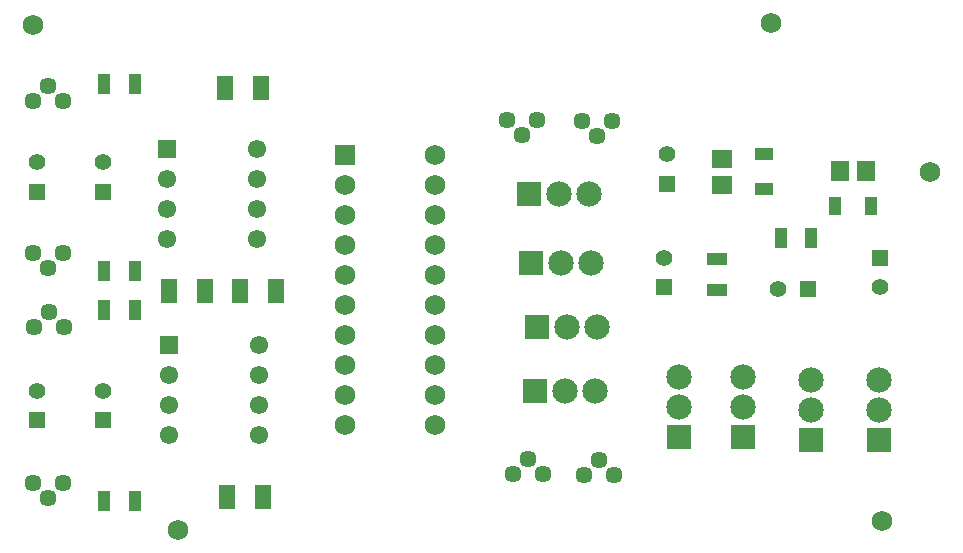
<source format=gts>
G04*
G04 #@! TF.GenerationSoftware,Altium Limited,Altium Designer,23.5.1 (21)*
G04*
G04 Layer_Color=8388736*
%FSLAX44Y44*%
%MOMM*%
G71*
G04*
G04 #@! TF.SameCoordinates,17670BC2-17D3-42C6-95D3-1F8550388E7E*
G04*
G04*
G04 #@! TF.FilePolarity,Negative*
G04*
G01*
G75*
%ADD14R,1.0500X1.8000*%
%ADD15R,1.6000X1.0000*%
%ADD16R,1.8062X1.6039*%
%ADD17R,1.0000X1.6000*%
%ADD18R,1.6039X1.8062*%
%ADD19R,1.1046X1.7062*%
%ADD20R,1.7062X1.1046*%
%ADD21R,1.4532X2.0032*%
%ADD22C,1.7272*%
%ADD23R,1.7500X1.7500*%
%ADD24C,1.7500*%
%ADD25C,1.4500*%
%ADD26C,1.4500*%
%ADD27C,1.4000*%
%ADD28R,1.4000X1.4000*%
%ADD29C,2.1500*%
%ADD30R,2.1500X2.1500*%
%ADD31C,1.5500*%
%ADD32R,1.5500X1.5500*%
%ADD33R,2.1500X2.1500*%
%ADD34R,1.4000X1.4000*%
D14*
X87386Y486377D02*
D03*
X112886D02*
D03*
X87386Y328045D02*
D03*
X112886D02*
D03*
Y295161D02*
D03*
X87386D02*
D03*
X112886Y133609D02*
D03*
X87386D02*
D03*
D15*
X646000Y397000D02*
D03*
Y427000D02*
D03*
D16*
X610000Y400989D02*
D03*
Y423011D02*
D03*
D17*
X736000Y383000D02*
D03*
X706000D02*
D03*
D18*
X732000Y413000D02*
D03*
X709977D02*
D03*
D19*
X686016Y356000D02*
D03*
X660000D02*
D03*
D20*
X606000Y311992D02*
D03*
Y338008D02*
D03*
D21*
X220056Y483128D02*
D03*
X189556D02*
D03*
X142049Y311252D02*
D03*
X172549D02*
D03*
X221294Y136859D02*
D03*
X190794D02*
D03*
X202108Y311252D02*
D03*
X232608D02*
D03*
D22*
X150000Y109000D02*
D03*
X27000Y536000D02*
D03*
X746000Y116000D02*
D03*
X786000Y412000D02*
D03*
X652000Y538000D02*
D03*
D23*
X290900Y426400D02*
D03*
D24*
Y401000D02*
D03*
Y375600D02*
D03*
Y350200D02*
D03*
Y324800D02*
D03*
Y299400D02*
D03*
Y274000D02*
D03*
Y248600D02*
D03*
Y223200D02*
D03*
Y197800D02*
D03*
X367100D02*
D03*
Y223200D02*
D03*
Y248600D02*
D03*
Y274000D02*
D03*
Y299400D02*
D03*
Y324800D02*
D03*
Y350200D02*
D03*
Y375600D02*
D03*
Y401000D02*
D03*
Y426400D02*
D03*
D25*
X491600Y455000D02*
D03*
X504300Y442300D02*
D03*
X40000Y484328D02*
D03*
X52700Y471628D02*
D03*
X40000Y330094D02*
D03*
X27300Y342794D02*
D03*
X518700Y155206D02*
D03*
X506000Y167906D02*
D03*
X27300Y148358D02*
D03*
X40000Y135658D02*
D03*
X52735Y280412D02*
D03*
X40035Y293112D02*
D03*
X458700Y156300D02*
D03*
X446000Y169000D02*
D03*
X428600Y456182D02*
D03*
X441300Y443482D02*
D03*
D26*
X517000Y455000D02*
D03*
X27300Y471628D02*
D03*
X52700Y342794D02*
D03*
X493300Y155206D02*
D03*
X52700Y148358D02*
D03*
X27335Y280412D02*
D03*
X433300Y156300D02*
D03*
X454000Y456182D02*
D03*
D27*
X564000Y427000D02*
D03*
X561000Y339000D02*
D03*
X86442Y420000D02*
D03*
X30000D02*
D03*
X86442Y226761D02*
D03*
X744000Y314000D02*
D03*
X30000Y226761D02*
D03*
X658000Y313000D02*
D03*
D28*
X564000Y402000D02*
D03*
X561000Y314000D02*
D03*
X86442Y395000D02*
D03*
X30000D02*
D03*
X86442Y201761D02*
D03*
X744000Y339000D02*
D03*
X30000Y201761D02*
D03*
D29*
X502400Y226225D02*
D03*
X477000D02*
D03*
X473600Y335000D02*
D03*
X499000D02*
D03*
X628000Y238000D02*
D03*
Y212600D02*
D03*
X685183Y235592D02*
D03*
Y210192D02*
D03*
X573726Y238396D02*
D03*
Y212996D02*
D03*
X743000Y236000D02*
D03*
Y210600D02*
D03*
X504400Y280225D02*
D03*
X479000D02*
D03*
X497800Y393000D02*
D03*
X472400D02*
D03*
D30*
X451600Y226225D02*
D03*
X448200Y335000D02*
D03*
X453600Y280225D02*
D03*
X447000Y393000D02*
D03*
D31*
X216656Y355144D02*
D03*
Y380544D02*
D03*
Y405944D02*
D03*
Y431344D02*
D03*
X140456Y405944D02*
D03*
Y380544D02*
D03*
Y355144D02*
D03*
X141694Y189510D02*
D03*
Y214910D02*
D03*
Y240310D02*
D03*
X217894Y265710D02*
D03*
Y240310D02*
D03*
Y214910D02*
D03*
Y189510D02*
D03*
D32*
X140456Y431344D02*
D03*
X141694Y265710D02*
D03*
D33*
X628000Y187200D02*
D03*
X685183Y184792D02*
D03*
X573726Y187596D02*
D03*
X743000Y185200D02*
D03*
D34*
X683000Y313000D02*
D03*
M02*

</source>
